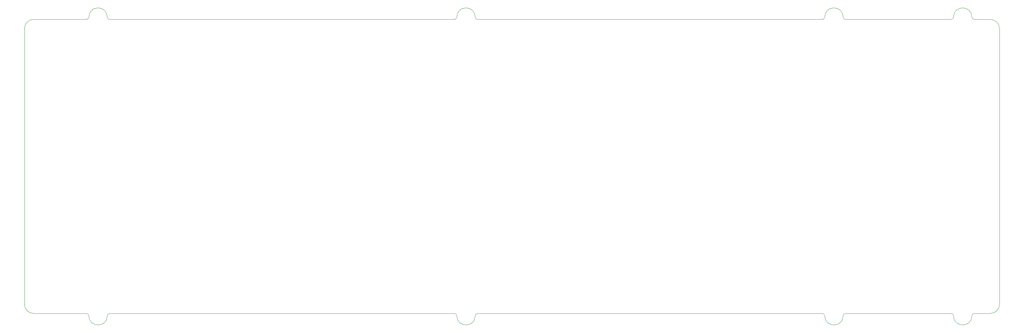
<source format=gbr>
G04 #@! TF.GenerationSoftware,KiCad,Pcbnew,(5.1.10-1-10_14)*
G04 #@! TF.CreationDate,2021-08-22T11:54:37-05:00*
G04 #@! TF.ProjectId,ori_bottom_plate,6f72695f-626f-4747-946f-6d5f706c6174,rev?*
G04 #@! TF.SameCoordinates,Original*
G04 #@! TF.FileFunction,Profile,NP*
%FSLAX46Y46*%
G04 Gerber Fmt 4.6, Leading zero omitted, Abs format (unit mm)*
G04 Created by KiCad (PCBNEW (5.1.10-1-10_14)) date 2021-08-22 11:54:37*
%MOMM*%
%LPD*%
G01*
G04 APERTURE LIST*
G04 #@! TA.AperFunction,Profile*
%ADD10C,0.050000*%
G04 #@! TD*
G04 APERTURE END LIST*
D10*
X392337567Y-116668952D02*
X396505150Y-116669080D01*
X359000196Y-116669016D02*
X386384437Y-116668952D01*
X263750175Y-116668952D02*
X353047066Y-116669016D01*
X168500068Y-116669016D02*
X257797045Y-116668952D01*
X148854110Y-116669080D02*
X162546938Y-116669016D01*
X146472850Y-42850020D02*
X146472850Y-114287820D01*
X162546757Y-40468888D02*
X148854110Y-40468760D01*
X257796677Y-40468888D02*
X168499887Y-40468888D01*
X353046597Y-40468888D02*
X263749807Y-40468888D01*
X386384069Y-40468888D02*
X358999727Y-40468888D01*
X396505150Y-40468760D02*
X392337199Y-40468888D01*
X398886410Y-114287820D02*
X398886410Y-42850020D01*
X386979382Y-39873575D02*
G75*
G02*
X391741886Y-39873575I2381252J0D01*
G01*
X392337199Y-40468888D02*
G75*
G02*
X391741886Y-39873575I0J595313D01*
G01*
X386979382Y-39873575D02*
G75*
G02*
X386384069Y-40468888I-595313J0D01*
G01*
X353641910Y-39873575D02*
G75*
G02*
X358404414Y-39873575I2381252J0D01*
G01*
X358999727Y-40468888D02*
G75*
G02*
X358404414Y-39873575I0J595313D01*
G01*
X353641910Y-39873575D02*
G75*
G02*
X353046597Y-40468888I-595313J0D01*
G01*
X258391990Y-39873575D02*
G75*
G02*
X263154494Y-39873575I2381252J0D01*
G01*
X263749807Y-40468888D02*
G75*
G02*
X263154494Y-39873575I0J595313D01*
G01*
X258391990Y-39873575D02*
G75*
G02*
X257796677Y-40468888I-595313J0D01*
G01*
X163142070Y-39873575D02*
G75*
G02*
X167904574Y-39873575I2381252J0D01*
G01*
X168499887Y-40468888D02*
G75*
G02*
X167904574Y-39873575I0J595313D01*
G01*
X163142070Y-39873575D02*
G75*
G02*
X162546757Y-40468888I-595313J0D01*
G01*
X167904755Y-117264329D02*
G75*
G02*
X163142251Y-117264329I-2381252J0D01*
G01*
X162546938Y-116669016D02*
G75*
G02*
X163142251Y-117264329I0J-595313D01*
G01*
X167904755Y-117264329D02*
G75*
G02*
X168500068Y-116669016I595313J0D01*
G01*
X263154862Y-117264265D02*
G75*
G02*
X258392358Y-117264265I-2381252J0D01*
G01*
X257797045Y-116668952D02*
G75*
G02*
X258392358Y-117264265I0J-595313D01*
G01*
X263154862Y-117264265D02*
G75*
G02*
X263750175Y-116668952I595313J0D01*
G01*
X358404883Y-117264329D02*
G75*
G02*
X353642379Y-117264329I-2381252J0D01*
G01*
X353047066Y-116669016D02*
G75*
G02*
X353642379Y-117264329I0J-595313D01*
G01*
X358404883Y-117264329D02*
G75*
G02*
X359000196Y-116669016I595313J0D01*
G01*
X391742254Y-117264265D02*
G75*
G02*
X386979750Y-117264265I-2381252J0D01*
G01*
X391742254Y-117264265D02*
G75*
G02*
X392337567Y-116668952I595313J0D01*
G01*
X386384437Y-116668952D02*
G75*
G02*
X386979750Y-117264265I0J-595313D01*
G01*
X396505150Y-40468760D02*
G75*
G02*
X398886410Y-42850020I0J-2381260D01*
G01*
X398886410Y-114287820D02*
G75*
G02*
X396505150Y-116669080I-2381260J0D01*
G01*
X148854110Y-116669080D02*
G75*
G02*
X146472850Y-114287820I0J2381260D01*
G01*
X146472850Y-42850020D02*
G75*
G02*
X148854110Y-40468760I2381260J0D01*
G01*
M02*

</source>
